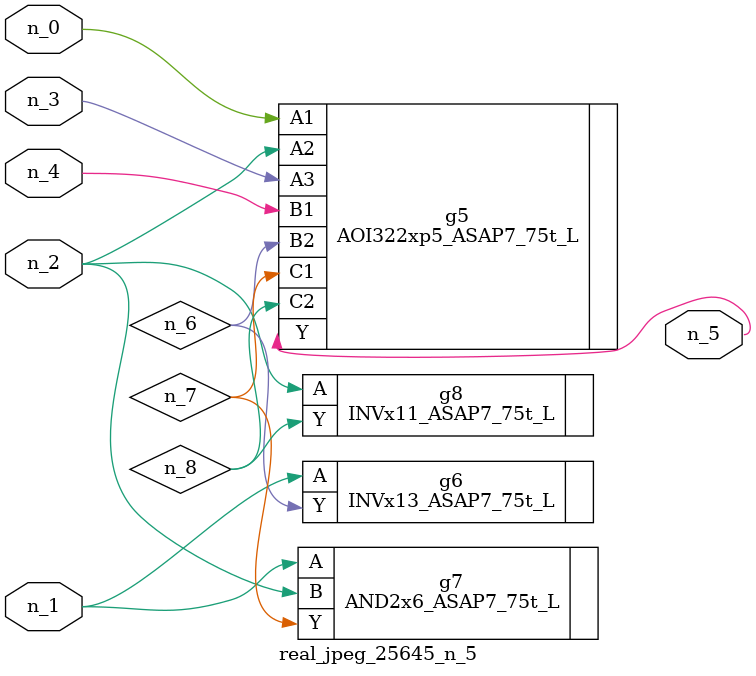
<source format=v>
module real_jpeg_25645_n_5 (n_4, n_0, n_1, n_2, n_3, n_5);

input n_4;
input n_0;
input n_1;
input n_2;
input n_3;

output n_5;

wire n_8;
wire n_6;
wire n_7;

AOI322xp5_ASAP7_75t_L g5 ( 
.A1(n_0),
.A2(n_2),
.A3(n_3),
.B1(n_4),
.B2(n_6),
.C1(n_7),
.C2(n_8),
.Y(n_5)
);

INVx13_ASAP7_75t_L g6 ( 
.A(n_1),
.Y(n_6)
);

AND2x6_ASAP7_75t_L g7 ( 
.A(n_1),
.B(n_2),
.Y(n_7)
);

INVx11_ASAP7_75t_L g8 ( 
.A(n_2),
.Y(n_8)
);


endmodule
</source>
